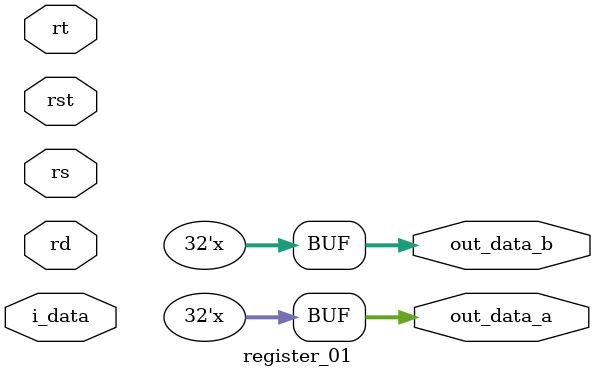
<source format=v>
`timescale 1ns / 1ps

module register_01(rst,rs,rt,rd,i_data,out_data_a,out_data_b);
input rst;
input [4:0]rs,rt,rd;
input [31:0] i_data;
output reg [31:0] out_data_a;
output reg [31:0] out_data_b;

reg [4:0]  reg_num;
reg [31:0] reg_data;

always @(*) begin
      if(rst) begin
            reg_num = 1;
      end
      else begin
          if(reg_num == rs)
               out_data_a <= reg_data;
          if(reg_num == rt)
               out_data_b <= reg_data;
          if(reg_num == rd)    
               reg_data <= i_data;
      end
      
end
endmodule

</source>
